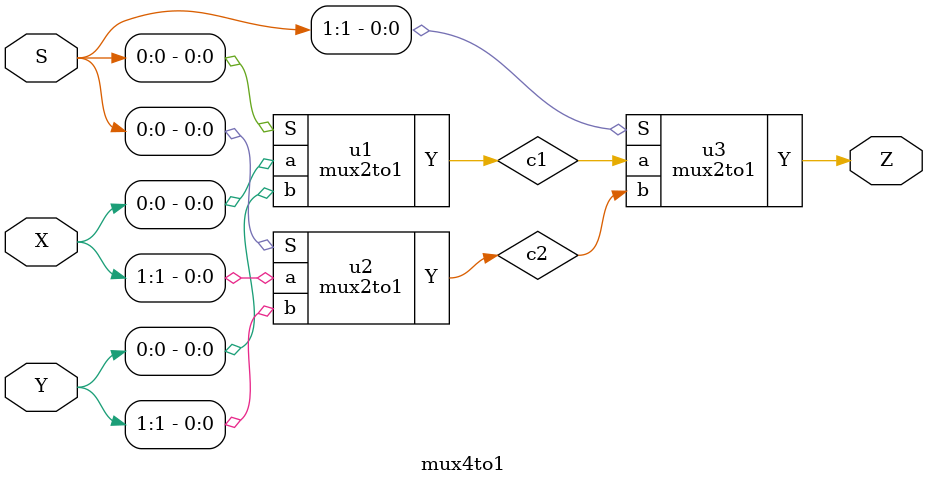
<source format=v>
`timescale 1ns / 1ps
`default_nettype none

module main	(
	input wire CLOCK_50,            //On Board 50 MHz
	input wire [9:0] SW,            // On board Switches
	input wire [3:0] KEY,           // On board push buttons
	output wire [6:0] HEX0,         // HEX displays
	output wire [6:0] HEX1,
	output wire [6:0] HEX2,
	output wire [6:0] HEX3,
	output wire [6:0] HEX4,
	output wire [6:0] HEX5,
	output wire [9:0] LEDR,         // LEDs
	output wire [7:0] x,            // VGA pixel coordinates
	output wire [6:0] y,
	output wire [2:0] colour,       // VGA pixel colour (0-7)
	output wire plot,               // Pixel drawn when this is pulsed
	output wire vga_resetn      	// VGA resets to black when this is pulsed (NOT CURRENTLY AVAILABLE)
);
	mux4to1 u0(.X(SW[1:0]), .Y(SW[3:2]), .Z(LEDR[0]), .S(SW[9:8]));

endmodule

module mux2to1(a, b, Y, S);
	// Declaring inputs and outputs
	input a, b;
	input S;
	output Y;

	assign Y = (~S & a)|(S & b);

endmodule

module mux4to1 (input[1:0] X, Y, S, output Z);
	wire c1, c2;

	mux2to1 u1(.a(X[0]), .b(Y[0]), .Y(c1), .S(S[0]));
	mux2to1 u2(.a(X[1]), .b(Y[1]), .Y(c2), .S(S[0]));
	mux2to1 u3(.a(c1), .b(c2), .Y(Z), .S(S[1]));

endmodule

</source>
